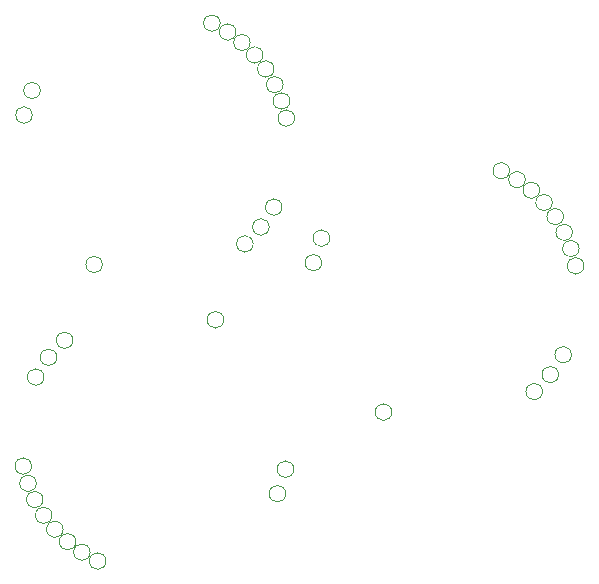
<source format=gbo>
%MOIN*%
%OFA0B0*%
%FSLAX46Y46*%
%IPPOS*%
%LPD*%
%ADD10C,0.0047244094488188976*%
%ADD21C,0.0047244094488188976*%
%ADD22C,0.0047244094488188976*%
G01*
D10*
X0000083776Y0001574584D02*
G75*
G03X0000083776Y0001574584I-0000027559D01*
G01*
X0000317476Y0001076384D02*
G75*
G03X0000317476Y0001076384I-0000027559D01*
G01*
X0000819976Y0001144884D02*
G75*
G03X0000819976Y0001144884I-0000027559D01*
G01*
X0000110676Y0001656284D02*
G75*
G03X0000110676Y0001656284I-0000027559D01*
G01*
X0000873576Y0001201384D02*
G75*
G03X0000873576Y0001201384I-0000027559D01*
G01*
X0000919776Y0001675684D02*
G75*
G03X0000919776Y0001675684I-0000027559D01*
G01*
X0000889776Y0001728084D02*
G75*
G03X0000889776Y0001728084I-0000027559D01*
G01*
X0000852776Y0001774784D02*
G75*
G03X0000852776Y0001774784I-0000027559D01*
G01*
X0000810176Y0001816184D02*
G75*
G03X0000810176Y0001816184I-0000027559D01*
G01*
X0000916476Y0001267584D02*
G75*
G03X0000916476Y0001267584I-0000027559D01*
G01*
X0000762676Y0001851184D02*
G75*
G03X0000762676Y0001851184I-0000027559D01*
G01*
X0000710076Y0001880884D02*
G75*
G03X0000710076Y0001880884I-0000027559D01*
G01*
X0000958076Y0001564184D02*
G75*
G03X0000958076Y0001564184I-0000027559D01*
G01*
X0000942176Y0001621484D02*
G75*
G03X0000942176Y0001621484I-0000027559D01*
G01*
G04 next file*
G04 #@! TF.GenerationSoftware,KiCad,Pcbnew,5.0.2-bee76a0~70~ubuntu18.04.1*
G04 #@! TF.CreationDate,2019-07-22T04:32:19+02:00*
G04 #@! TF.ProjectId,mainboard,6d61696e-626f-4617-9264-2e6b69636164,rev?*
G04 #@! TF.SameCoordinates,Original*
G04 #@! TF.FileFunction,Legend,Bot*
G04 #@! TF.FilePolarity,Positive*
G04 Gerber Fmt 4.6, Leading zero omitted, Abs format (unit mm)*
G04 Created by KiCad (PCBNEW 5.0.2-bee76a0~70~ubuntu18.04.1) date Mo 22 Jul 2019 04:32:19 CEST*
G01*
G04 APERTURE LIST*
G04 APERTURE END LIST*
D21*
G04 #@! TO.C,J13*
X0000900475Y0000393919D02*
G75*
G03X0000900475Y0000393919I0000027559D01*
G01*
G04 #@! TO.C,J15*
X0000666775Y0000892119D02*
G75*
G03X0000666775Y0000892119I0000027559D01*
G01*
G04 #@! TO.C,J16*
X0000164275Y0000823619D02*
G75*
G03X0000164275Y0000823619I0000027559D01*
G01*
G04 #@! TO.C,J14*
X0000873575Y0000312219D02*
G75*
G03X0000873575Y0000312219I0000027559D01*
G01*
G04 #@! TO.C,J6*
X0000110675Y0000767119D02*
G75*
G03X0000110675Y0000767119I0000027559D01*
G01*
G04 #@! TO.C,J3*
X0000064475Y0000292819D02*
G75*
G03X0000064475Y0000292819I0000027559D01*
G01*
G04 #@! TO.C,J4*
X0000094475Y0000240419D02*
G75*
G03X0000094475Y0000240419I0000027559D01*
G01*
G04 #@! TO.C,J5*
X0000131475Y0000193719D02*
G75*
G03X0000131475Y0000193719I0000027559D01*
G01*
G04 #@! TO.C,J7*
X0000174075Y0000152319D02*
G75*
G03X0000174075Y0000152319I0000027559D01*
G01*
G04 #@! TO.C,J8*
X0000067775Y0000700919D02*
G75*
G03X0000067775Y0000700919I0000027559D01*
G01*
G04 #@! TO.C,J9*
X0000221575Y0000117319D02*
G75*
G03X0000221575Y0000117319I0000027559D01*
G01*
G04 #@! TO.C,J10*
X0000274175Y0000087619D02*
G75*
G03X0000274175Y0000087619I0000027559D01*
G01*
G04 #@! TO.C,J1*
X0000026175Y0000404319D02*
G75*
G03X0000026175Y0000404319I0000027559D01*
G01*
G04 #@! TO.C,J2*
X0000042075Y0000347019D02*
G75*
G03X0000042075Y0000347019I0000027559D01*
G01*
G04 #@! TD*
G04 next file*
G04 #@! TF.GenerationSoftware,KiCad,Pcbnew,5.0.2-bee76a0~70~ubuntu18.04.1*
G04 #@! TF.CreationDate,2019-07-22T04:32:19+02:00*
G04 #@! TF.ProjectId,mainboard,6d61696e-626f-4617-9264-2e6b69636164,rev?*
G04 #@! TF.SameCoordinates,Original*
G04 #@! TF.FileFunction,Legend,Bot*
G04 #@! TF.FilePolarity,Positive*
G04 Gerber Fmt 4.6, Leading zero omitted, Abs format (unit mm)*
G04 Created by KiCad (PCBNEW 5.0.2-bee76a0~70~ubuntu18.04.1) date Mo 22 Jul 2019 04:32:19 CEST*
G01*
G04 APERTURE LIST*
G04 APERTURE END LIST*
D22*
G04 #@! TO.C,J13*
X0001048343Y0001082458D02*
G75*
G03X0001048343Y0001082458I-0000027559D01*
G01*
G04 #@! TO.C,J15*
X0001282043Y0000584258D02*
G75*
G03X0001282043Y0000584258I-0000027559D01*
G01*
G04 #@! TO.C,J16*
X0001784543Y0000652758D02*
G75*
G03X0001784543Y0000652758I-0000027559D01*
G01*
G04 #@! TO.C,J14*
X0001075243Y0001164158D02*
G75*
G03X0001075243Y0001164158I-0000027559D01*
G01*
G04 #@! TO.C,J6*
X0001838143Y0000709258D02*
G75*
G03X0001838143Y0000709258I-0000027559D01*
G01*
G04 #@! TO.C,J3*
X0001884343Y0001183558D02*
G75*
G03X0001884343Y0001183558I-0000027559D01*
G01*
G04 #@! TO.C,J4*
X0001854343Y0001235958D02*
G75*
G03X0001854343Y0001235958I-0000027559D01*
G01*
G04 #@! TO.C,J5*
X0001817343Y0001282658D02*
G75*
G03X0001817343Y0001282658I-0000027559D01*
G01*
G04 #@! TO.C,J7*
X0001774743Y0001324058D02*
G75*
G03X0001774743Y0001324058I-0000027559D01*
G01*
G04 #@! TO.C,J8*
X0001881043Y0000775458D02*
G75*
G03X0001881043Y0000775458I-0000027559D01*
G01*
G04 #@! TO.C,J9*
X0001727243Y0001359058D02*
G75*
G03X0001727243Y0001359058I-0000027559D01*
G01*
G04 #@! TO.C,J10*
X0001674643Y0001388758D02*
G75*
G03X0001674643Y0001388758I-0000027559D01*
G01*
G04 #@! TO.C,J1*
X0001922643Y0001072058D02*
G75*
G03X0001922643Y0001072058I-0000027559D01*
G01*
G04 #@! TO.C,J2*
X0001906743Y0001129358D02*
G75*
G03X0001906743Y0001129358I-0000027559D01*
G01*
G04 #@! TD*
M02*
</source>
